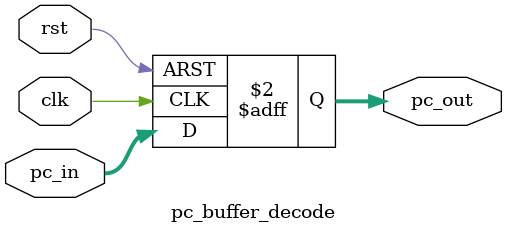
<source format=sv>
module pc_buffer_decode (
    input logic clk,
    input logic rst,
    input logic [31:0] pc_in,
    output logic [31:0] pc_out
);

  always_ff @(posedge clk or posedge rst) begin
    if (rst) begin
      pc_out <= 0;
    end else begin
      pc_out <= pc_in;
    end
  end
endmodule

</source>
